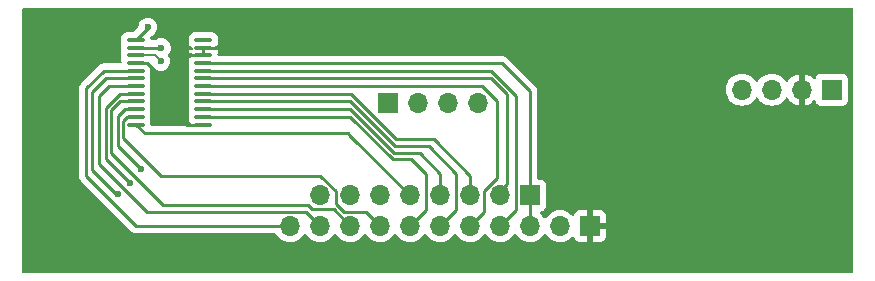
<source format=gbl>
%TF.GenerationSoftware,KiCad,Pcbnew,8.0.7*%
%TF.CreationDate,2025-12-01T14:19:42-05:00*%
%TF.ProjectId,Reflectance_Adapter,5265666c-6563-4746-916e-63655f416461,rev?*%
%TF.SameCoordinates,Original*%
%TF.FileFunction,Copper,L2,Bot*%
%TF.FilePolarity,Positive*%
%FSLAX46Y46*%
G04 Gerber Fmt 4.6, Leading zero omitted, Abs format (unit mm)*
G04 Created by KiCad (PCBNEW 8.0.7) date 2025-12-01 14:19:42*
%MOMM*%
%LPD*%
G01*
G04 APERTURE LIST*
G04 Aperture macros list*
%AMRoundRect*
0 Rectangle with rounded corners*
0 $1 Rounding radius*
0 $2 $3 $4 $5 $6 $7 $8 $9 X,Y pos of 4 corners*
0 Add a 4 corners polygon primitive as box body*
4,1,4,$2,$3,$4,$5,$6,$7,$8,$9,$2,$3,0*
0 Add four circle primitives for the rounded corners*
1,1,$1+$1,$2,$3*
1,1,$1+$1,$4,$5*
1,1,$1+$1,$6,$7*
1,1,$1+$1,$8,$9*
0 Add four rect primitives between the rounded corners*
20,1,$1+$1,$2,$3,$4,$5,0*
20,1,$1+$1,$4,$5,$6,$7,0*
20,1,$1+$1,$6,$7,$8,$9,0*
20,1,$1+$1,$8,$9,$2,$3,0*%
G04 Aperture macros list end*
%TA.AperFunction,ComponentPad*%
%ADD10R,1.700000X1.700000*%
%TD*%
%TA.AperFunction,ComponentPad*%
%ADD11O,1.700000X1.700000*%
%TD*%
%TA.AperFunction,SMDPad,CuDef*%
%ADD12RoundRect,0.100000X0.637500X0.100000X-0.637500X0.100000X-0.637500X-0.100000X0.637500X-0.100000X0*%
%TD*%
%TA.AperFunction,ViaPad*%
%ADD13C,0.600000*%
%TD*%
%TA.AperFunction,Conductor*%
%ADD14C,0.200000*%
%TD*%
%TA.AperFunction,Conductor*%
%ADD15C,0.249936*%
%TD*%
G04 APERTURE END LIST*
D10*
%TO.P,J1,1,Pin_1*%
%TO.N,+3V3*%
X166700000Y-96000000D03*
D11*
%TO.P,J1,2,Pin_2*%
%TO.N,GND*%
X164160000Y-96000000D03*
%TO.P,J1,3,Pin_3*%
%TO.N,/SDA*%
X161620000Y-96000000D03*
%TO.P,J1,4,Pin_4*%
%TO.N,/SCL*%
X159080000Y-96000000D03*
%TD*%
D10*
%TO.P,J4,1,Pin_1*%
%TO.N,unconnected-(J4-Pin_1-Pad1)*%
X129100000Y-97100000D03*
D11*
%TO.P,J4,2,Pin_2*%
%TO.N,unconnected-(J4-Pin_2-Pad2)*%
X131640000Y-97100000D03*
%TO.P,J4,3,Pin_3*%
%TO.N,unconnected-(J4-Pin_3-Pad3)*%
X134180000Y-97100000D03*
%TO.P,J4,4,Pin_4*%
%TO.N,unconnected-(J4-Pin_4-Pad4)*%
X136720000Y-97100000D03*
%TD*%
D10*
%TO.P,J2,1,Pin_1*%
%TO.N,/LED_ctrl*%
X141154000Y-104959999D03*
D11*
%TO.P,J2,2,Pin_2*%
%TO.N,/2*%
X138614000Y-104959999D03*
%TO.P,J2,3,Pin_3*%
%TO.N,/4*%
X136074000Y-104959999D03*
%TO.P,J2,4,Pin_4*%
%TO.N,/6*%
X133534000Y-104959999D03*
%TO.P,J2,5,Pin_5*%
%TO.N,/8*%
X130994000Y-104959999D03*
%TO.P,J2,6,Pin_6*%
%TO.N,/10*%
X128454000Y-104959999D03*
%TO.P,J2,7,Pin_7*%
%TO.N,/12*%
X125914000Y-104959999D03*
%TO.P,J2,8,Pin_8*%
%TO.N,/14*%
X123374000Y-104959999D03*
%TD*%
D10*
%TO.P,J3,1,Pin_1*%
%TO.N,GND*%
X146242262Y-107537642D03*
D11*
%TO.P,J3,2,Pin_2*%
%TO.N,+3V3*%
X143702262Y-107537642D03*
%TO.P,J3,3,Pin_3*%
%TO.N,/LED_ctrl*%
X141162262Y-107537642D03*
%TO.P,J3,4,Pin_4*%
%TO.N,/1*%
X138622262Y-107537642D03*
%TO.P,J3,5,Pin_5*%
%TO.N,/3*%
X136082262Y-107537642D03*
%TO.P,J3,6,Pin_6*%
%TO.N,/5*%
X133542262Y-107537642D03*
%TO.P,J3,7,Pin_7*%
%TO.N,/7*%
X131002262Y-107537642D03*
%TO.P,J3,8,Pin_8*%
%TO.N,/9*%
X128462262Y-107537642D03*
%TO.P,J3,9,Pin_9*%
%TO.N,/11*%
X125922262Y-107537642D03*
%TO.P,J3,10,Pin_10*%
%TO.N,/13*%
X123382262Y-107537642D03*
%TO.P,J3,11,Pin_11*%
%TO.N,/15*%
X120842262Y-107537642D03*
%TD*%
D12*
%TO.P,U1,1,~{INT}*%
%TO.N,unconnected-(U1-~{INT}-Pad1)*%
X113500000Y-91800000D03*
%TO.P,U1,2,A1*%
%TO.N,GND*%
X113500000Y-92450000D03*
%TO.P,U1,3,A2*%
X113500000Y-93100000D03*
%TO.P,U1,4,P00*%
%TO.N,/LED_ctrl*%
X113500000Y-93750000D03*
%TO.P,U1,5,P01*%
%TO.N,/1*%
X113500000Y-94400000D03*
%TO.P,U1,6,P02*%
%TO.N,/2*%
X113500000Y-95050000D03*
%TO.P,U1,7,P03*%
%TO.N,/3*%
X113500000Y-95700000D03*
%TO.P,U1,8,P04*%
%TO.N,/4*%
X113500000Y-96350000D03*
%TO.P,U1,9,P05*%
%TO.N,/5*%
X113500000Y-97000000D03*
%TO.P,U1,10,P06*%
%TO.N,/6*%
X113500000Y-97650000D03*
%TO.P,U1,11,P07*%
%TO.N,/7*%
X113500000Y-98300000D03*
%TO.P,U1,12,GND*%
%TO.N,GND*%
X113500000Y-98950000D03*
%TO.P,U1,13,P10*%
%TO.N,/8*%
X107775000Y-98950000D03*
%TO.P,U1,14,P11*%
%TO.N,/9*%
X107775000Y-98300000D03*
%TO.P,U1,15,P12*%
%TO.N,/10*%
X107775000Y-97650000D03*
%TO.P,U1,16,P13*%
%TO.N,/11*%
X107775000Y-97000000D03*
%TO.P,U1,17,P14*%
%TO.N,/12*%
X107775000Y-96350000D03*
%TO.P,U1,18,P15*%
%TO.N,/13*%
X107775000Y-95700000D03*
%TO.P,U1,19,P16*%
%TO.N,/14*%
X107775000Y-95050000D03*
%TO.P,U1,20,P17*%
%TO.N,/15*%
X107775000Y-94400000D03*
%TO.P,U1,21,A0*%
%TO.N,GND*%
X107775000Y-93750000D03*
%TO.P,U1,22,SCL*%
%TO.N,/SCL*%
X107775000Y-93100000D03*
%TO.P,U1,23,SDA*%
%TO.N,/SDA*%
X107775000Y-92450000D03*
%TO.P,U1,24,VCC*%
%TO.N,+3V3*%
X107775000Y-91800000D03*
%TD*%
D13*
%TO.N,/SCL*%
X109900000Y-93600000D03*
%TO.N,/SDA*%
X109933839Y-92450000D03*
%TO.N,+3V3*%
X108800000Y-90700000D03*
%TO.N,/14*%
X106241920Y-104858080D03*
%TO.N,/10*%
X108200000Y-102700000D03*
%TO.N,/12*%
X107268153Y-103868153D03*
%TD*%
D14*
%TO.N,/SCL*%
X109400000Y-93100000D02*
X109900000Y-93600000D01*
X107775000Y-93100000D02*
X109400000Y-93100000D01*
D15*
%TO.N,+3V3*%
X108800000Y-90775000D02*
X108800000Y-90700000D01*
X107775000Y-91800000D02*
X108800000Y-90775000D01*
%TO.N,GND*%
X113500000Y-93100000D02*
X113500000Y-92450000D01*
X108710600Y-93750000D02*
X109880400Y-94919800D01*
X113500000Y-93100000D02*
X111979600Y-93100000D01*
X113500000Y-92450000D02*
X115056000Y-92450000D01*
X115056000Y-92450000D02*
X115062000Y-92456000D01*
X113500000Y-98950000D02*
X112132600Y-98950000D01*
X112132600Y-98950000D02*
X111861600Y-98679000D01*
X107775000Y-93750000D02*
X108710600Y-93750000D01*
X111963200Y-93116400D02*
X111979600Y-93100000D01*
%TO.N,/SDA*%
X109933839Y-92450000D02*
X107775000Y-92450000D01*
%TO.N,/14*%
X104100000Y-102800000D02*
X106100000Y-104800000D01*
X105250000Y-95050000D02*
X104100000Y-96200000D01*
X107775000Y-95050000D02*
X105350000Y-95050000D01*
X106100000Y-104900000D02*
X106141920Y-104858080D01*
X106100000Y-104800000D02*
X106100000Y-104900000D01*
X104100000Y-96200000D02*
X104100000Y-102800000D01*
%TO.N,/8*%
X125734001Y-99700000D02*
X125917001Y-99882999D01*
X125734002Y-99700000D02*
X125917001Y-99882999D01*
X125917001Y-99882999D02*
X130994000Y-104959999D01*
X108525000Y-99700000D02*
X125734001Y-99700000D01*
X107775000Y-98950000D02*
X108525000Y-99700000D01*
%TO.N,/2*%
X139200000Y-104000000D02*
X138614000Y-104586000D01*
X138614000Y-104586000D02*
X138614000Y-104959999D01*
X137850000Y-95050000D02*
X139200000Y-96400000D01*
X139200000Y-96400000D02*
X139200000Y-104000000D01*
X113500000Y-95050000D02*
X137850000Y-95050000D01*
%TO.N,/LED_ctrl*%
X141154000Y-107529380D02*
X141162262Y-107537642D01*
X141154000Y-96154000D02*
X141154000Y-104959999D01*
X138750000Y-93750000D02*
X141154000Y-96154000D01*
X113500000Y-93750000D02*
X138750000Y-93750000D01*
X141154000Y-104959999D02*
X141154000Y-107529380D01*
%TO.N,/6*%
X113500000Y-97650000D02*
X125913694Y-97650000D01*
X125913694Y-97650000D02*
X129663694Y-101400000D01*
X129663694Y-101400000D02*
X131800000Y-101400000D01*
X133534000Y-103134000D02*
X133534000Y-104959999D01*
X131800000Y-101400000D02*
X133534000Y-103134000D01*
%TO.N,/10*%
X107775000Y-97650000D02*
X106850000Y-97650000D01*
X106250064Y-100750064D02*
X108200000Y-102700000D01*
X106250064Y-98249936D02*
X106250064Y-100750064D01*
X106850000Y-97650000D02*
X106250064Y-98249936D01*
%TO.N,/4*%
X113500000Y-96350000D02*
X126000064Y-96350000D01*
X136074000Y-103274000D02*
X136074000Y-104959999D01*
X129850064Y-100200000D02*
X133000000Y-100200000D01*
X126000064Y-96350000D02*
X129850064Y-100200000D01*
X133000000Y-100200000D02*
X136074000Y-103274000D01*
%TO.N,/12*%
X106413694Y-96350000D02*
X105250064Y-97513630D01*
X107775000Y-96350000D02*
X106413694Y-96350000D01*
X105250064Y-97513630D02*
X105250064Y-101850064D01*
X105250064Y-101850064D02*
X107268153Y-103868153D01*
%TO.N,/9*%
X107037501Y-98300000D02*
X106700000Y-98637501D01*
X106700000Y-98637501D02*
X106700000Y-100100000D01*
X106700000Y-100100000D02*
X109900000Y-103300000D01*
X124705957Y-105685031D02*
X125383600Y-106362674D01*
X124705957Y-104605957D02*
X124705957Y-105685031D01*
X125383600Y-106362674D02*
X127287294Y-106362674D01*
X109900000Y-103300000D02*
X123400000Y-103300000D01*
X123400000Y-103300000D02*
X124705957Y-104605957D01*
X127287294Y-106362674D02*
X128462262Y-107537642D01*
X107775000Y-98300000D02*
X107037501Y-98300000D01*
%TO.N,/1*%
X139979032Y-96542726D02*
X139979032Y-106180872D01*
X113500000Y-94400000D02*
X137836306Y-94400000D01*
X139979032Y-106180872D02*
X138622262Y-107537642D01*
X137836306Y-94400000D02*
X139979032Y-96542726D01*
%TO.N,/11*%
X122400000Y-105800000D02*
X122734967Y-106134967D01*
X122734967Y-106134967D02*
X124519587Y-106134967D01*
X106400000Y-97000000D02*
X105700000Y-97700000D01*
X105700000Y-101400000D02*
X110100000Y-105800000D01*
X105700000Y-97700000D02*
X105700000Y-101400000D01*
X124519587Y-106134967D02*
X125922262Y-107537642D01*
X110100000Y-105800000D02*
X122400000Y-105800000D01*
X107775000Y-97000000D02*
X106400000Y-97000000D01*
%TO.N,/15*%
X103600000Y-103200000D02*
X103600000Y-103300000D01*
X103600000Y-103300000D02*
X107837642Y-107537642D01*
X103600000Y-103200000D02*
X103600000Y-95900000D01*
X103600000Y-95900000D02*
X105100000Y-94400000D01*
X107837642Y-107537642D02*
X120842262Y-107537642D01*
X107775000Y-94400000D02*
X105200000Y-94400000D01*
%TO.N,/7*%
X129527388Y-101900000D02*
X131100000Y-101900000D01*
X113500000Y-98300000D02*
X125927388Y-98300000D01*
X131100000Y-101900000D02*
X132359032Y-103159032D01*
X125927388Y-98300000D02*
X129527388Y-101900000D01*
X132359032Y-106180872D02*
X131002262Y-107537642D01*
X132359032Y-103159032D02*
X132359032Y-106180872D01*
%TO.N,/3*%
X137300000Y-106319904D02*
X136082262Y-107537642D01*
X137300000Y-104612343D02*
X137300001Y-104612343D01*
X137300001Y-104612343D02*
X138400000Y-103512344D01*
X113500000Y-95700000D02*
X137100000Y-95700000D01*
X137100000Y-95700000D02*
X138400000Y-97000000D01*
X137300000Y-104612343D02*
X137300000Y-106319904D01*
X138400000Y-97000000D02*
X138400000Y-103512344D01*
%TO.N,/5*%
X125900000Y-97000000D02*
X129700000Y-100800000D01*
X113500000Y-97000000D02*
X125900000Y-97000000D01*
X129700000Y-100800000D02*
X132600000Y-100800000D01*
X134899032Y-106180872D02*
X133542262Y-107537642D01*
X134899032Y-103099032D02*
X134899032Y-106180872D01*
X132600000Y-100800000D02*
X134899032Y-103099032D01*
%TO.N,/13*%
X107775000Y-95700000D02*
X106100000Y-95700000D01*
X104700000Y-96500000D02*
X104700000Y-102300000D01*
X122207294Y-106362674D02*
X123382262Y-107537642D01*
X105500000Y-95700000D02*
X104700000Y-96500000D01*
X104700000Y-102300000D02*
X108762674Y-106362674D01*
X106000000Y-95700000D02*
X105500000Y-95700000D01*
X108762674Y-106362674D02*
X122207294Y-106362674D01*
%TD*%
%TA.AperFunction,Conductor*%
%TO.N,GND*%
G36*
X168446639Y-89072085D02*
G01*
X168492394Y-89124889D01*
X168503600Y-89176400D01*
X168503600Y-111382000D01*
X168483915Y-111449039D01*
X168431111Y-111494794D01*
X168379600Y-111506000D01*
X98295000Y-111506000D01*
X98227961Y-111486315D01*
X98182206Y-111433511D01*
X98171000Y-111382000D01*
X98171000Y-103361605D01*
X102974531Y-103361605D01*
X102992110Y-103449972D01*
X102993397Y-103456442D01*
X102998569Y-103482442D01*
X103045718Y-103596270D01*
X103106440Y-103687149D01*
X103114170Y-103698717D01*
X107438923Y-108023470D01*
X107438930Y-108023476D01*
X107529006Y-108083662D01*
X107541371Y-108091924D01*
X107541373Y-108091925D01*
X107655195Y-108139071D01*
X107655200Y-108139073D01*
X107655204Y-108139073D01*
X107655205Y-108139074D01*
X107776036Y-108163110D01*
X107776039Y-108163110D01*
X119567012Y-108163110D01*
X119634051Y-108182795D01*
X119668586Y-108215985D01*
X119803767Y-108409043D01*
X119970861Y-108576137D01*
X120047397Y-108629728D01*
X120164427Y-108711674D01*
X120164429Y-108711675D01*
X120164432Y-108711677D01*
X120378599Y-108811545D01*
X120606854Y-108872705D01*
X120777581Y-108887642D01*
X120842261Y-108893301D01*
X120842262Y-108893301D01*
X120842263Y-108893301D01*
X120906943Y-108887642D01*
X121077670Y-108872705D01*
X121305925Y-108811545D01*
X121520092Y-108711677D01*
X121713663Y-108576137D01*
X121880757Y-108409043D01*
X122010687Y-108223484D01*
X122065264Y-108179859D01*
X122134762Y-108172665D01*
X122197117Y-108204188D01*
X122213837Y-108223484D01*
X122343767Y-108409043D01*
X122510861Y-108576137D01*
X122587397Y-108629728D01*
X122704427Y-108711674D01*
X122704429Y-108711675D01*
X122704432Y-108711677D01*
X122918599Y-108811545D01*
X123146854Y-108872705D01*
X123317581Y-108887642D01*
X123382261Y-108893301D01*
X123382262Y-108893301D01*
X123382263Y-108893301D01*
X123446943Y-108887642D01*
X123617670Y-108872705D01*
X123845925Y-108811545D01*
X124060092Y-108711677D01*
X124253663Y-108576137D01*
X124420757Y-108409043D01*
X124550687Y-108223484D01*
X124605264Y-108179859D01*
X124674762Y-108172665D01*
X124737117Y-108204188D01*
X124753837Y-108223484D01*
X124883767Y-108409043D01*
X125050861Y-108576137D01*
X125127397Y-108629728D01*
X125244427Y-108711674D01*
X125244429Y-108711675D01*
X125244432Y-108711677D01*
X125458599Y-108811545D01*
X125686854Y-108872705D01*
X125857581Y-108887642D01*
X125922261Y-108893301D01*
X125922262Y-108893301D01*
X125922263Y-108893301D01*
X125986943Y-108887642D01*
X126157670Y-108872705D01*
X126385925Y-108811545D01*
X126600092Y-108711677D01*
X126793663Y-108576137D01*
X126960757Y-108409043D01*
X127090687Y-108223484D01*
X127145264Y-108179859D01*
X127214762Y-108172665D01*
X127277117Y-108204188D01*
X127293837Y-108223484D01*
X127423767Y-108409043D01*
X127590861Y-108576137D01*
X127667397Y-108629728D01*
X127784427Y-108711674D01*
X127784429Y-108711675D01*
X127784432Y-108711677D01*
X127998599Y-108811545D01*
X128226854Y-108872705D01*
X128397581Y-108887642D01*
X128462261Y-108893301D01*
X128462262Y-108893301D01*
X128462263Y-108893301D01*
X128526943Y-108887642D01*
X128697670Y-108872705D01*
X128925925Y-108811545D01*
X129140092Y-108711677D01*
X129333663Y-108576137D01*
X129500757Y-108409043D01*
X129630687Y-108223484D01*
X129685264Y-108179859D01*
X129754762Y-108172665D01*
X129817117Y-108204188D01*
X129833837Y-108223484D01*
X129963767Y-108409043D01*
X130130861Y-108576137D01*
X130207397Y-108629728D01*
X130324427Y-108711674D01*
X130324429Y-108711675D01*
X130324432Y-108711677D01*
X130538599Y-108811545D01*
X130766854Y-108872705D01*
X130937581Y-108887642D01*
X131002261Y-108893301D01*
X131002262Y-108893301D01*
X131002263Y-108893301D01*
X131066943Y-108887642D01*
X131237670Y-108872705D01*
X131465925Y-108811545D01*
X131680092Y-108711677D01*
X131873663Y-108576137D01*
X132040757Y-108409043D01*
X132170687Y-108223484D01*
X132225264Y-108179859D01*
X132294762Y-108172665D01*
X132357117Y-108204188D01*
X132373837Y-108223484D01*
X132503767Y-108409043D01*
X132670861Y-108576137D01*
X132747397Y-108629728D01*
X132864427Y-108711674D01*
X132864429Y-108711675D01*
X132864432Y-108711677D01*
X133078599Y-108811545D01*
X133306854Y-108872705D01*
X133477581Y-108887642D01*
X133542261Y-108893301D01*
X133542262Y-108893301D01*
X133542263Y-108893301D01*
X133606943Y-108887642D01*
X133777670Y-108872705D01*
X134005925Y-108811545D01*
X134220092Y-108711677D01*
X134413663Y-108576137D01*
X134580757Y-108409043D01*
X134710687Y-108223484D01*
X134765264Y-108179859D01*
X134834762Y-108172665D01*
X134897117Y-108204188D01*
X134913837Y-108223484D01*
X135043767Y-108409043D01*
X135210861Y-108576137D01*
X135287397Y-108629728D01*
X135404427Y-108711674D01*
X135404429Y-108711675D01*
X135404432Y-108711677D01*
X135618599Y-108811545D01*
X135846854Y-108872705D01*
X136017581Y-108887642D01*
X136082261Y-108893301D01*
X136082262Y-108893301D01*
X136082263Y-108893301D01*
X136146943Y-108887642D01*
X136317670Y-108872705D01*
X136545925Y-108811545D01*
X136760092Y-108711677D01*
X136953663Y-108576137D01*
X137120757Y-108409043D01*
X137250687Y-108223484D01*
X137305264Y-108179859D01*
X137374762Y-108172665D01*
X137437117Y-108204188D01*
X137453837Y-108223484D01*
X137583767Y-108409043D01*
X137750861Y-108576137D01*
X137827397Y-108629728D01*
X137944427Y-108711674D01*
X137944429Y-108711675D01*
X137944432Y-108711677D01*
X138158599Y-108811545D01*
X138386854Y-108872705D01*
X138557581Y-108887642D01*
X138622261Y-108893301D01*
X138622262Y-108893301D01*
X138622263Y-108893301D01*
X138686943Y-108887642D01*
X138857670Y-108872705D01*
X139085925Y-108811545D01*
X139300092Y-108711677D01*
X139493663Y-108576137D01*
X139660757Y-108409043D01*
X139790687Y-108223484D01*
X139845264Y-108179859D01*
X139914762Y-108172665D01*
X139977117Y-108204188D01*
X139993837Y-108223484D01*
X140123767Y-108409043D01*
X140290861Y-108576137D01*
X140367397Y-108629728D01*
X140484427Y-108711674D01*
X140484429Y-108711675D01*
X140484432Y-108711677D01*
X140698599Y-108811545D01*
X140926854Y-108872705D01*
X141097581Y-108887642D01*
X141162261Y-108893301D01*
X141162262Y-108893301D01*
X141162263Y-108893301D01*
X141226943Y-108887642D01*
X141397670Y-108872705D01*
X141625925Y-108811545D01*
X141840092Y-108711677D01*
X142033663Y-108576137D01*
X142200757Y-108409043D01*
X142330687Y-108223484D01*
X142385264Y-108179859D01*
X142454762Y-108172665D01*
X142517117Y-108204188D01*
X142533837Y-108223484D01*
X142663767Y-108409043D01*
X142830861Y-108576137D01*
X142907397Y-108629728D01*
X143024427Y-108711674D01*
X143024429Y-108711675D01*
X143024432Y-108711677D01*
X143238599Y-108811545D01*
X143466854Y-108872705D01*
X143637581Y-108887642D01*
X143702261Y-108893301D01*
X143702262Y-108893301D01*
X143702263Y-108893301D01*
X143766943Y-108887642D01*
X143937670Y-108872705D01*
X144165925Y-108811545D01*
X144380092Y-108711677D01*
X144573663Y-108576137D01*
X144695979Y-108453820D01*
X144757298Y-108420338D01*
X144826990Y-108425322D01*
X144882924Y-108467193D01*
X144899839Y-108498170D01*
X144948908Y-108629730D01*
X144948911Y-108629735D01*
X145035071Y-108744829D01*
X145035074Y-108744832D01*
X145150168Y-108830992D01*
X145150175Y-108830996D01*
X145284882Y-108881238D01*
X145284889Y-108881240D01*
X145344417Y-108887641D01*
X145344434Y-108887642D01*
X145992262Y-108887642D01*
X145992262Y-107970654D01*
X146049269Y-108003567D01*
X146176436Y-108037642D01*
X146308088Y-108037642D01*
X146435255Y-108003567D01*
X146492262Y-107970654D01*
X146492262Y-108887642D01*
X147140090Y-108887642D01*
X147140106Y-108887641D01*
X147199634Y-108881240D01*
X147199641Y-108881238D01*
X147334348Y-108830996D01*
X147334355Y-108830992D01*
X147449449Y-108744832D01*
X147449452Y-108744829D01*
X147535612Y-108629735D01*
X147535616Y-108629728D01*
X147585858Y-108495021D01*
X147585860Y-108495014D01*
X147592261Y-108435486D01*
X147592262Y-108435469D01*
X147592262Y-107787642D01*
X146675274Y-107787642D01*
X146708187Y-107730635D01*
X146742262Y-107603468D01*
X146742262Y-107471816D01*
X146708187Y-107344649D01*
X146675274Y-107287642D01*
X147592262Y-107287642D01*
X147592262Y-106639814D01*
X147592261Y-106639797D01*
X147585860Y-106580269D01*
X147585858Y-106580262D01*
X147535616Y-106445555D01*
X147535612Y-106445548D01*
X147449452Y-106330454D01*
X147449449Y-106330451D01*
X147334355Y-106244291D01*
X147334348Y-106244287D01*
X147199641Y-106194045D01*
X147199634Y-106194043D01*
X147140106Y-106187642D01*
X146492262Y-106187642D01*
X146492262Y-107104630D01*
X146435255Y-107071717D01*
X146308088Y-107037642D01*
X146176436Y-107037642D01*
X146049269Y-107071717D01*
X145992262Y-107104630D01*
X145992262Y-106187642D01*
X145344417Y-106187642D01*
X145284889Y-106194043D01*
X145284882Y-106194045D01*
X145150175Y-106244287D01*
X145150168Y-106244291D01*
X145035074Y-106330451D01*
X145035071Y-106330454D01*
X144948911Y-106445548D01*
X144948907Y-106445555D01*
X144899840Y-106577112D01*
X144857969Y-106633046D01*
X144792504Y-106657463D01*
X144724231Y-106642611D01*
X144695977Y-106621461D01*
X144651628Y-106577112D01*
X144573663Y-106499147D01*
X144573659Y-106499144D01*
X144573658Y-106499143D01*
X144380096Y-106363609D01*
X144380092Y-106363607D01*
X144283587Y-106318606D01*
X144165925Y-106263739D01*
X144165921Y-106263738D01*
X144165917Y-106263736D01*
X143937675Y-106202580D01*
X143937665Y-106202578D01*
X143702263Y-106181983D01*
X143702261Y-106181983D01*
X143466858Y-106202578D01*
X143466848Y-106202580D01*
X143238606Y-106263736D01*
X143238597Y-106263740D01*
X143024433Y-106363606D01*
X143024431Y-106363607D01*
X142830859Y-106499147D01*
X142663767Y-106666239D01*
X142533837Y-106851800D01*
X142479260Y-106895425D01*
X142409762Y-106902619D01*
X142347407Y-106871096D01*
X142330687Y-106851800D01*
X142200758Y-106666242D01*
X142155977Y-106621461D01*
X142047985Y-106513469D01*
X142014502Y-106452148D01*
X142019486Y-106382457D01*
X142061357Y-106326523D01*
X142107154Y-106305113D01*
X142111483Y-106304090D01*
X142219667Y-106263740D01*
X142246331Y-106253795D01*
X142361546Y-106167545D01*
X142447796Y-106052330D01*
X142498091Y-105917482D01*
X142504500Y-105857872D01*
X142504499Y-104062127D01*
X142498091Y-104002516D01*
X142474918Y-103940387D01*
X142447797Y-103867670D01*
X142447793Y-103867663D01*
X142361547Y-103752454D01*
X142361544Y-103752451D01*
X142246335Y-103666205D01*
X142246328Y-103666201D01*
X142111482Y-103615907D01*
X142111483Y-103615907D01*
X142051883Y-103609500D01*
X142051881Y-103609499D01*
X142051873Y-103609499D01*
X142051865Y-103609499D01*
X141903468Y-103609499D01*
X141836429Y-103589814D01*
X141790674Y-103537010D01*
X141779468Y-103485499D01*
X141779468Y-96092394D01*
X141761089Y-95999999D01*
X157724341Y-95999999D01*
X157724341Y-96000000D01*
X157744936Y-96235403D01*
X157744938Y-96235413D01*
X157806094Y-96463655D01*
X157806096Y-96463659D01*
X157806097Y-96463663D01*
X157886004Y-96635023D01*
X157905965Y-96677830D01*
X157905967Y-96677834D01*
X158014281Y-96832521D01*
X158041505Y-96871401D01*
X158208599Y-97038495D01*
X158305384Y-97106265D01*
X158402165Y-97174032D01*
X158402167Y-97174033D01*
X158402170Y-97174035D01*
X158616337Y-97273903D01*
X158844592Y-97335063D01*
X159021034Y-97350500D01*
X159079999Y-97355659D01*
X159080000Y-97355659D01*
X159080001Y-97355659D01*
X159138966Y-97350500D01*
X159315408Y-97335063D01*
X159543663Y-97273903D01*
X159757830Y-97174035D01*
X159951401Y-97038495D01*
X160118495Y-96871401D01*
X160248425Y-96685842D01*
X160303002Y-96642217D01*
X160372500Y-96635023D01*
X160434855Y-96666546D01*
X160451575Y-96685842D01*
X160581500Y-96871395D01*
X160581505Y-96871401D01*
X160748599Y-97038495D01*
X160845384Y-97106265D01*
X160942165Y-97174032D01*
X160942167Y-97174033D01*
X160942170Y-97174035D01*
X161156337Y-97273903D01*
X161384592Y-97335063D01*
X161561034Y-97350500D01*
X161619999Y-97355659D01*
X161620000Y-97355659D01*
X161620001Y-97355659D01*
X161678966Y-97350500D01*
X161855408Y-97335063D01*
X162083663Y-97273903D01*
X162297830Y-97174035D01*
X162491401Y-97038495D01*
X162658495Y-96871401D01*
X162788730Y-96685405D01*
X162843307Y-96641781D01*
X162912805Y-96634587D01*
X162975160Y-96666110D01*
X162991879Y-96685405D01*
X163121890Y-96871078D01*
X163288917Y-97038105D01*
X163482421Y-97173600D01*
X163696507Y-97273429D01*
X163696516Y-97273433D01*
X163910000Y-97330634D01*
X163910000Y-96433012D01*
X163967007Y-96465925D01*
X164094174Y-96500000D01*
X164225826Y-96500000D01*
X164352993Y-96465925D01*
X164410000Y-96433012D01*
X164410000Y-97330633D01*
X164623483Y-97273433D01*
X164623492Y-97273429D01*
X164837578Y-97173600D01*
X165031078Y-97038108D01*
X165153133Y-96916053D01*
X165214456Y-96882568D01*
X165284148Y-96887552D01*
X165340082Y-96929423D01*
X165356997Y-96960401D01*
X165406202Y-97092328D01*
X165406206Y-97092335D01*
X165492452Y-97207544D01*
X165492455Y-97207547D01*
X165607664Y-97293793D01*
X165607671Y-97293797D01*
X165742517Y-97344091D01*
X165742516Y-97344091D01*
X165749444Y-97344835D01*
X165802127Y-97350500D01*
X167597872Y-97350499D01*
X167657483Y-97344091D01*
X167792331Y-97293796D01*
X167907546Y-97207546D01*
X167993796Y-97092331D01*
X168044091Y-96957483D01*
X168050500Y-96897873D01*
X168050499Y-95102128D01*
X168044091Y-95042517D01*
X168043002Y-95039598D01*
X167993797Y-94907671D01*
X167993793Y-94907664D01*
X167907547Y-94792455D01*
X167907544Y-94792452D01*
X167792335Y-94706206D01*
X167792328Y-94706202D01*
X167657482Y-94655908D01*
X167657483Y-94655908D01*
X167597883Y-94649501D01*
X167597881Y-94649500D01*
X167597873Y-94649500D01*
X167597864Y-94649500D01*
X165802129Y-94649500D01*
X165802123Y-94649501D01*
X165742516Y-94655908D01*
X165607671Y-94706202D01*
X165607664Y-94706206D01*
X165492455Y-94792452D01*
X165492452Y-94792455D01*
X165406206Y-94907664D01*
X165406202Y-94907671D01*
X165356997Y-95039598D01*
X165315126Y-95095532D01*
X165249661Y-95119949D01*
X165181388Y-95105097D01*
X165153134Y-95083946D01*
X165031082Y-94961894D01*
X164837578Y-94826399D01*
X164623492Y-94726570D01*
X164623486Y-94726567D01*
X164410000Y-94669364D01*
X164410000Y-95566988D01*
X164352993Y-95534075D01*
X164225826Y-95500000D01*
X164094174Y-95500000D01*
X163967007Y-95534075D01*
X163910000Y-95566988D01*
X163910000Y-94669364D01*
X163909999Y-94669364D01*
X163696513Y-94726567D01*
X163696507Y-94726570D01*
X163482422Y-94826399D01*
X163482420Y-94826400D01*
X163288926Y-94961886D01*
X163288920Y-94961891D01*
X163121891Y-95128920D01*
X163121890Y-95128922D01*
X162991880Y-95314595D01*
X162937303Y-95358219D01*
X162867804Y-95365412D01*
X162805450Y-95333890D01*
X162788730Y-95314594D01*
X162658494Y-95128597D01*
X162491402Y-94961506D01*
X162491395Y-94961501D01*
X162297834Y-94825967D01*
X162297830Y-94825965D01*
X162227638Y-94793234D01*
X162083663Y-94726097D01*
X162083659Y-94726096D01*
X162083655Y-94726094D01*
X161855413Y-94664938D01*
X161855403Y-94664936D01*
X161620001Y-94644341D01*
X161619999Y-94644341D01*
X161384596Y-94664936D01*
X161384586Y-94664938D01*
X161156344Y-94726094D01*
X161156335Y-94726098D01*
X160942171Y-94825964D01*
X160942169Y-94825965D01*
X160748597Y-94961505D01*
X160581505Y-95128597D01*
X160451575Y-95314158D01*
X160396998Y-95357783D01*
X160327500Y-95364977D01*
X160265145Y-95333454D01*
X160248425Y-95314158D01*
X160118494Y-95128597D01*
X159951402Y-94961506D01*
X159951395Y-94961501D01*
X159757834Y-94825967D01*
X159757830Y-94825965D01*
X159687638Y-94793234D01*
X159543663Y-94726097D01*
X159543659Y-94726096D01*
X159543655Y-94726094D01*
X159315413Y-94664938D01*
X159315403Y-94664936D01*
X159080001Y-94644341D01*
X159079999Y-94644341D01*
X158844596Y-94664936D01*
X158844586Y-94664938D01*
X158616344Y-94726094D01*
X158616335Y-94726098D01*
X158402171Y-94825964D01*
X158402169Y-94825965D01*
X158208597Y-94961505D01*
X158041505Y-95128597D01*
X157905965Y-95322169D01*
X157905964Y-95322171D01*
X157806098Y-95536335D01*
X157806094Y-95536344D01*
X157744938Y-95764586D01*
X157744936Y-95764596D01*
X157724341Y-95999999D01*
X141761089Y-95999999D01*
X141755432Y-95971563D01*
X141755431Y-95971562D01*
X141755431Y-95971558D01*
X141708282Y-95857730D01*
X141700081Y-95845457D01*
X141696009Y-95839362D01*
X141696007Y-95839360D01*
X141639832Y-95755287D01*
X141639830Y-95755284D01*
X141639829Y-95755283D01*
X139148718Y-93264171D01*
X139148717Y-93264170D01*
X139129735Y-93251487D01*
X139046270Y-93195718D01*
X139046268Y-93195717D01*
X139046266Y-93195716D01*
X138932442Y-93148569D01*
X138932436Y-93148567D01*
X138811605Y-93124532D01*
X138811603Y-93124532D01*
X114806275Y-93124532D01*
X114739236Y-93104847D01*
X114693481Y-93052043D01*
X114683537Y-92982885D01*
X114712562Y-92919329D01*
X114713048Y-92918772D01*
X114729511Y-92899999D01*
X114722058Y-92843377D01*
X114722055Y-92843368D01*
X114713392Y-92822453D01*
X114705923Y-92752983D01*
X114713392Y-92727546D01*
X114722056Y-92706629D01*
X114729512Y-92650000D01*
X114511803Y-92650000D01*
X114444764Y-92630315D01*
X114399009Y-92577511D01*
X114389065Y-92508353D01*
X114418090Y-92444797D01*
X114436316Y-92427624D01*
X114440339Y-92424536D01*
X114440341Y-92424536D01*
X114565782Y-92328282D01*
X114579321Y-92310638D01*
X114588625Y-92298513D01*
X114645053Y-92257310D01*
X114687000Y-92250000D01*
X114729510Y-92250000D01*
X114729511Y-92249998D01*
X114722058Y-92193377D01*
X114722054Y-92193365D01*
X114713663Y-92173106D01*
X114706194Y-92103637D01*
X114713664Y-92078199D01*
X114713933Y-92077550D01*
X114722544Y-92056762D01*
X114738000Y-91939361D01*
X114737999Y-91660640D01*
X114737999Y-91660637D01*
X114737999Y-91660636D01*
X114722546Y-91543246D01*
X114722544Y-91543239D01*
X114722544Y-91543238D01*
X114662036Y-91397159D01*
X114565782Y-91271718D01*
X114440341Y-91175464D01*
X114294262Y-91114956D01*
X114294260Y-91114955D01*
X114176870Y-91099501D01*
X114176867Y-91099500D01*
X114176861Y-91099500D01*
X114176854Y-91099500D01*
X112823136Y-91099500D01*
X112705746Y-91114953D01*
X112705737Y-91114956D01*
X112559660Y-91175463D01*
X112434218Y-91271718D01*
X112337963Y-91397160D01*
X112277456Y-91543237D01*
X112277455Y-91543239D01*
X112262000Y-91660638D01*
X112262000Y-91939363D01*
X112277453Y-92056753D01*
X112277456Y-92056762D01*
X112286337Y-92078203D01*
X112293804Y-92147673D01*
X112286338Y-92173103D01*
X112277943Y-92193370D01*
X112270487Y-92250000D01*
X112313000Y-92250000D01*
X112380039Y-92269685D01*
X112411375Y-92298513D01*
X112434215Y-92328279D01*
X112434216Y-92328280D01*
X112434218Y-92328282D01*
X112559659Y-92424536D01*
X112559660Y-92424536D01*
X112563684Y-92427624D01*
X112604886Y-92484052D01*
X112609041Y-92553798D01*
X112574829Y-92614719D01*
X112513111Y-92647471D01*
X112488197Y-92650000D01*
X112270490Y-92650000D01*
X112270488Y-92650001D01*
X112277942Y-92706627D01*
X112277943Y-92706629D01*
X112286608Y-92727549D01*
X112294076Y-92797018D01*
X112286609Y-92822449D01*
X112277943Y-92843370D01*
X112270487Y-92900000D01*
X112488197Y-92900000D01*
X112555236Y-92919685D01*
X112600991Y-92972489D01*
X112610935Y-93041647D01*
X112581910Y-93105203D01*
X112563684Y-93122376D01*
X112559660Y-93125463D01*
X112559659Y-93125464D01*
X112529551Y-93148567D01*
X112434215Y-93221720D01*
X112411375Y-93251487D01*
X112354947Y-93292690D01*
X112313000Y-93300000D01*
X112270490Y-93300000D01*
X112270488Y-93300001D01*
X112277941Y-93356622D01*
X112277945Y-93356634D01*
X112286337Y-93376895D01*
X112293804Y-93446364D01*
X112286338Y-93471794D01*
X112277456Y-93493238D01*
X112277455Y-93493239D01*
X112262000Y-93610638D01*
X112262000Y-93889363D01*
X112277453Y-94006753D01*
X112277457Y-94006765D01*
X112286066Y-94027550D01*
X112293533Y-94097019D01*
X112286066Y-94122450D01*
X112277457Y-94143234D01*
X112277455Y-94143239D01*
X112262000Y-94260638D01*
X112262000Y-94539363D01*
X112277453Y-94656753D01*
X112277457Y-94656765D01*
X112286066Y-94677550D01*
X112293533Y-94747019D01*
X112286066Y-94772450D01*
X112277457Y-94793234D01*
X112277455Y-94793239D01*
X112262000Y-94910638D01*
X112262000Y-95189363D01*
X112277453Y-95306753D01*
X112277457Y-95306765D01*
X112286066Y-95327550D01*
X112293533Y-95397019D01*
X112286066Y-95422450D01*
X112277457Y-95443234D01*
X112277455Y-95443239D01*
X112262000Y-95560638D01*
X112262000Y-95839363D01*
X112277453Y-95956753D01*
X112277457Y-95956765D01*
X112286066Y-95977550D01*
X112293533Y-96047019D01*
X112286066Y-96072450D01*
X112277457Y-96093234D01*
X112277455Y-96093239D01*
X112262000Y-96210638D01*
X112262000Y-96489363D01*
X112277453Y-96606753D01*
X112277457Y-96606765D01*
X112286066Y-96627550D01*
X112293533Y-96697019D01*
X112286066Y-96722450D01*
X112277457Y-96743234D01*
X112277455Y-96743239D01*
X112262000Y-96860638D01*
X112262000Y-97139363D01*
X112277453Y-97256753D01*
X112277457Y-97256765D01*
X112286066Y-97277550D01*
X112293533Y-97347019D01*
X112286066Y-97372450D01*
X112277457Y-97393234D01*
X112277455Y-97393239D01*
X112262000Y-97510638D01*
X112262000Y-97789363D01*
X112277453Y-97906753D01*
X112277457Y-97906765D01*
X112286066Y-97927550D01*
X112293533Y-97997019D01*
X112286066Y-98022450D01*
X112277457Y-98043234D01*
X112277455Y-98043239D01*
X112262000Y-98160638D01*
X112262000Y-98439363D01*
X112277453Y-98556753D01*
X112277456Y-98556762D01*
X112286337Y-98578203D01*
X112293804Y-98647673D01*
X112286338Y-98673103D01*
X112277943Y-98693370D01*
X112270487Y-98750000D01*
X112313000Y-98750000D01*
X112380039Y-98769685D01*
X112411375Y-98798513D01*
X112434217Y-98828281D01*
X112434218Y-98828282D01*
X112465332Y-98852157D01*
X112506534Y-98908585D01*
X112510689Y-98978331D01*
X112476476Y-99039251D01*
X112414759Y-99072003D01*
X112389845Y-99074532D01*
X109137000Y-99074532D01*
X109069961Y-99054847D01*
X109024206Y-99002043D01*
X109013000Y-98950533D01*
X109012999Y-98810638D01*
X109009777Y-98786170D01*
X108997544Y-98693238D01*
X108988934Y-98672454D01*
X108981465Y-98602986D01*
X108988935Y-98577545D01*
X108997544Y-98556762D01*
X109013000Y-98439361D01*
X109012999Y-98160640D01*
X108997544Y-98043238D01*
X108997542Y-98043234D01*
X108988935Y-98022455D01*
X108981465Y-97952986D01*
X108988935Y-97927545D01*
X108997544Y-97906762D01*
X109013000Y-97789361D01*
X109012999Y-97510640D01*
X108997544Y-97393238D01*
X108997542Y-97393234D01*
X108988935Y-97372455D01*
X108981465Y-97302986D01*
X108988935Y-97277545D01*
X108990443Y-97273905D01*
X108997544Y-97256762D01*
X109013000Y-97139361D01*
X109012999Y-96860640D01*
X108997544Y-96743238D01*
X108997542Y-96743234D01*
X108988935Y-96722455D01*
X108981465Y-96652986D01*
X108988935Y-96627545D01*
X108997544Y-96606762D01*
X109013000Y-96489361D01*
X109012999Y-96210640D01*
X108997544Y-96093238D01*
X108997542Y-96093234D01*
X108988935Y-96072455D01*
X108981465Y-96002986D01*
X108988935Y-95977545D01*
X108991417Y-95971553D01*
X108997544Y-95956762D01*
X109013000Y-95839361D01*
X109012999Y-95560640D01*
X108997544Y-95443238D01*
X108997542Y-95443234D01*
X108988935Y-95422455D01*
X108981465Y-95352986D01*
X108988935Y-95327545D01*
X108994299Y-95314595D01*
X108997544Y-95306762D01*
X109013000Y-95189361D01*
X109012999Y-94910640D01*
X108997544Y-94793238D01*
X108997542Y-94793234D01*
X108988935Y-94772455D01*
X108981465Y-94702986D01*
X108988935Y-94677545D01*
X108997544Y-94656762D01*
X109013000Y-94539361D01*
X109012999Y-94260640D01*
X109012999Y-94260638D01*
X109012999Y-94260636D01*
X108997546Y-94143246D01*
X108997544Y-94143239D01*
X108997544Y-94143238D01*
X108988662Y-94121797D01*
X108981194Y-94052328D01*
X108988650Y-94026924D01*
X108989830Y-94024073D01*
X109033656Y-93969657D01*
X109099944Y-93947574D01*
X109167648Y-93964835D01*
X109209398Y-94005522D01*
X109222846Y-94026924D01*
X109270184Y-94102262D01*
X109397738Y-94229816D01*
X109550478Y-94325789D01*
X109720745Y-94385368D01*
X109720750Y-94385369D01*
X109899996Y-94405565D01*
X109900000Y-94405565D01*
X109900004Y-94405565D01*
X110079249Y-94385369D01*
X110079252Y-94385368D01*
X110079255Y-94385368D01*
X110249522Y-94325789D01*
X110402262Y-94229816D01*
X110529816Y-94102262D01*
X110625789Y-93949522D01*
X110685368Y-93779255D01*
X110685900Y-93774532D01*
X110705565Y-93600003D01*
X110705565Y-93599996D01*
X110685369Y-93420750D01*
X110685368Y-93420745D01*
X110662976Y-93356753D01*
X110625789Y-93250478D01*
X110625788Y-93250477D01*
X110625787Y-93250473D01*
X110539349Y-93112909D01*
X110520348Y-93045673D01*
X110540715Y-92978838D01*
X110556659Y-92959256D01*
X110563655Y-92952262D01*
X110659628Y-92799522D01*
X110719207Y-92629255D01*
X110727709Y-92553798D01*
X110739404Y-92450003D01*
X110739404Y-92449996D01*
X110719208Y-92270750D01*
X110719207Y-92270745D01*
X110692132Y-92193370D01*
X110659628Y-92100478D01*
X110645221Y-92077550D01*
X110563654Y-91947737D01*
X110436101Y-91820184D01*
X110283362Y-91724211D01*
X110113093Y-91664631D01*
X110113088Y-91664630D01*
X109933843Y-91644435D01*
X109933835Y-91644435D01*
X109754589Y-91664630D01*
X109754584Y-91664631D01*
X109584315Y-91724211D01*
X109454905Y-91805526D01*
X109388933Y-91824532D01*
X109136999Y-91824532D01*
X109069960Y-91804847D01*
X109024205Y-91752043D01*
X109012999Y-91700532D01*
X109012999Y-91660637D01*
X109002612Y-91581733D01*
X109013378Y-91512698D01*
X109059759Y-91460442D01*
X109084595Y-91448507D01*
X109149522Y-91425789D01*
X109302262Y-91329816D01*
X109429816Y-91202262D01*
X109525789Y-91049522D01*
X109585368Y-90879255D01*
X109605565Y-90700000D01*
X109605059Y-90695513D01*
X109585369Y-90520750D01*
X109585368Y-90520745D01*
X109525788Y-90350476D01*
X109429815Y-90197737D01*
X109302262Y-90070184D01*
X109149523Y-89974211D01*
X108979254Y-89914631D01*
X108979249Y-89914630D01*
X108800004Y-89894435D01*
X108799996Y-89894435D01*
X108620750Y-89914630D01*
X108620745Y-89914631D01*
X108450476Y-89974211D01*
X108297737Y-90070184D01*
X108170184Y-90197737D01*
X108074210Y-90350478D01*
X108014630Y-90520750D01*
X107999797Y-90652397D01*
X107972730Y-90716811D01*
X107964258Y-90726194D01*
X107627271Y-91063181D01*
X107565948Y-91096666D01*
X107539590Y-91099500D01*
X107098136Y-91099500D01*
X106980746Y-91114953D01*
X106980737Y-91114956D01*
X106834660Y-91175463D01*
X106709218Y-91271718D01*
X106612963Y-91397160D01*
X106552456Y-91543237D01*
X106552455Y-91543239D01*
X106537000Y-91660638D01*
X106537000Y-91939363D01*
X106552453Y-92056753D01*
X106552457Y-92056765D01*
X106561066Y-92077550D01*
X106568533Y-92147019D01*
X106561066Y-92172450D01*
X106552457Y-92193234D01*
X106552455Y-92193239D01*
X106537000Y-92310638D01*
X106537000Y-92589363D01*
X106552453Y-92706753D01*
X106552457Y-92706765D01*
X106561066Y-92727550D01*
X106568533Y-92797019D01*
X106561066Y-92822450D01*
X106552457Y-92843234D01*
X106552455Y-92843239D01*
X106537000Y-92960638D01*
X106537000Y-93239363D01*
X106552453Y-93356753D01*
X106552456Y-93356762D01*
X106561337Y-93378203D01*
X106568804Y-93447673D01*
X106561338Y-93473103D01*
X106552943Y-93493370D01*
X106545487Y-93550000D01*
X106561952Y-93568774D01*
X106591354Y-93632156D01*
X106581822Y-93701372D01*
X106536381Y-93754447D01*
X106469460Y-93774530D01*
X106468723Y-93774532D01*
X105132283Y-93774532D01*
X105132263Y-93774533D01*
X105038392Y-93774533D01*
X104917565Y-93798567D01*
X104917553Y-93798570D01*
X104803731Y-93845716D01*
X104803727Y-93845718D01*
X104701291Y-93914164D01*
X104701283Y-93914170D01*
X103114166Y-95501287D01*
X103114162Y-95501292D01*
X103062723Y-95578280D01*
X103062722Y-95578281D01*
X103045719Y-95603727D01*
X103045715Y-95603734D01*
X102998570Y-95717553D01*
X102998567Y-95717563D01*
X102974532Y-95838394D01*
X102974532Y-95838397D01*
X102974532Y-103138397D01*
X102974532Y-103361603D01*
X102974532Y-103361605D01*
X102974531Y-103361605D01*
X98171000Y-103361605D01*
X98171000Y-89176400D01*
X98190685Y-89109361D01*
X98243489Y-89063606D01*
X98295000Y-89052400D01*
X168379600Y-89052400D01*
X168446639Y-89072085D01*
G37*
%TD.AperFunction*%
%TD*%
M02*

</source>
